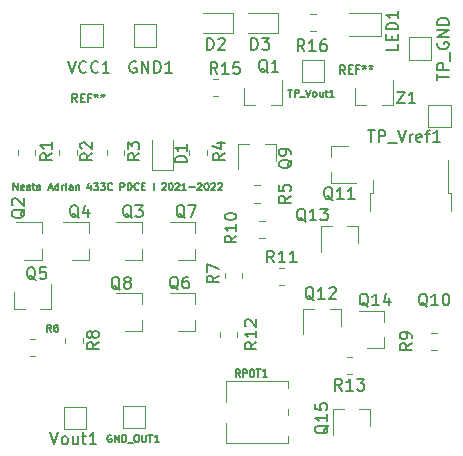
<source format=gbr>
%TF.GenerationSoftware,KiCad,Pcbnew,(5.1.10)-1*%
%TF.CreationDate,2021-12-12T15:32:54+02:00*%
%TF.ProjectId,P1_DCE_NEATA_ADRIAN_STAB_ERS_kicad,50315f44-4345-45f4-9e45-4154415f4144,rev?*%
%TF.SameCoordinates,Original*%
%TF.FileFunction,Legend,Top*%
%TF.FilePolarity,Positive*%
%FSLAX46Y46*%
G04 Gerber Fmt 4.6, Leading zero omitted, Abs format (unit mm)*
G04 Created by KiCad (PCBNEW (5.1.10)-1) date 2021-12-12 15:32:54*
%MOMM*%
%LPD*%
G01*
G04 APERTURE LIST*
%ADD10C,0.150000*%
%ADD11C,0.120000*%
G04 APERTURE END LIST*
D10*
X1385714Y23328571D02*
X1385714Y23928571D01*
X1728571Y23328571D01*
X1728571Y23928571D01*
X2242857Y23357142D02*
X2185714Y23328571D01*
X2071428Y23328571D01*
X2014285Y23357142D01*
X1985714Y23414285D01*
X1985714Y23642857D01*
X2014285Y23700000D01*
X2071428Y23728571D01*
X2185714Y23728571D01*
X2242857Y23700000D01*
X2271428Y23642857D01*
X2271428Y23585714D01*
X1985714Y23528571D01*
X2785714Y23328571D02*
X2785714Y23642857D01*
X2757142Y23700000D01*
X2699999Y23728571D01*
X2585714Y23728571D01*
X2528571Y23700000D01*
X2785714Y23357142D02*
X2728571Y23328571D01*
X2585714Y23328571D01*
X2528571Y23357142D01*
X2499999Y23414285D01*
X2499999Y23471428D01*
X2528571Y23528571D01*
X2585714Y23557142D01*
X2728571Y23557142D01*
X2785714Y23585714D01*
X2985714Y23728571D02*
X3214285Y23728571D01*
X3071428Y23928571D02*
X3071428Y23414285D01*
X3099999Y23357142D01*
X3157142Y23328571D01*
X3214285Y23328571D01*
X3671428Y23328571D02*
X3671428Y23642857D01*
X3642857Y23700000D01*
X3585714Y23728571D01*
X3471428Y23728571D01*
X3414285Y23700000D01*
X3671428Y23357142D02*
X3614285Y23328571D01*
X3471428Y23328571D01*
X3414285Y23357142D01*
X3385714Y23414285D01*
X3385714Y23471428D01*
X3414285Y23528571D01*
X3471428Y23557142D01*
X3614285Y23557142D01*
X3671428Y23585714D01*
X4385714Y23500000D02*
X4671428Y23500000D01*
X4328571Y23328571D02*
X4528571Y23928571D01*
X4728571Y23328571D01*
X5185714Y23328571D02*
X5185714Y23928571D01*
X5185714Y23357142D02*
X5128571Y23328571D01*
X5014285Y23328571D01*
X4957142Y23357142D01*
X4928571Y23385714D01*
X4899999Y23442857D01*
X4899999Y23614285D01*
X4928571Y23671428D01*
X4957142Y23700000D01*
X5014285Y23728571D01*
X5128571Y23728571D01*
X5185714Y23700000D01*
X5471428Y23328571D02*
X5471428Y23728571D01*
X5471428Y23614285D02*
X5499999Y23671428D01*
X5528571Y23700000D01*
X5585714Y23728571D01*
X5642857Y23728571D01*
X5842857Y23328571D02*
X5842857Y23728571D01*
X5842857Y23928571D02*
X5814285Y23900000D01*
X5842857Y23871428D01*
X5871428Y23900000D01*
X5842857Y23928571D01*
X5842857Y23871428D01*
X6385714Y23328571D02*
X6385714Y23642857D01*
X6357142Y23700000D01*
X6299999Y23728571D01*
X6185714Y23728571D01*
X6128571Y23700000D01*
X6385714Y23357142D02*
X6328571Y23328571D01*
X6185714Y23328571D01*
X6128571Y23357142D01*
X6099999Y23414285D01*
X6099999Y23471428D01*
X6128571Y23528571D01*
X6185714Y23557142D01*
X6328571Y23557142D01*
X6385714Y23585714D01*
X6671428Y23728571D02*
X6671428Y23328571D01*
X6671428Y23671428D02*
X6699999Y23700000D01*
X6757142Y23728571D01*
X6842857Y23728571D01*
X6899999Y23700000D01*
X6928571Y23642857D01*
X6928571Y23328571D01*
X7928571Y23728571D02*
X7928571Y23328571D01*
X7785714Y23957142D02*
X7642857Y23528571D01*
X8014285Y23528571D01*
X8185714Y23928571D02*
X8557142Y23928571D01*
X8357142Y23700000D01*
X8442857Y23700000D01*
X8499999Y23671428D01*
X8528571Y23642857D01*
X8557142Y23585714D01*
X8557142Y23442857D01*
X8528571Y23385714D01*
X8499999Y23357142D01*
X8442857Y23328571D01*
X8271428Y23328571D01*
X8214285Y23357142D01*
X8185714Y23385714D01*
X8757142Y23928571D02*
X9128571Y23928571D01*
X8928571Y23700000D01*
X9014285Y23700000D01*
X9071428Y23671428D01*
X9099999Y23642857D01*
X9128571Y23585714D01*
X9128571Y23442857D01*
X9099999Y23385714D01*
X9071428Y23357142D01*
X9014285Y23328571D01*
X8842857Y23328571D01*
X8785714Y23357142D01*
X8757142Y23385714D01*
X9728571Y23385714D02*
X9699999Y23357142D01*
X9614285Y23328571D01*
X9557142Y23328571D01*
X9471428Y23357142D01*
X9414285Y23414285D01*
X9385714Y23471428D01*
X9357142Y23585714D01*
X9357142Y23671428D01*
X9385714Y23785714D01*
X9414285Y23842857D01*
X9471428Y23900000D01*
X9557142Y23928571D01*
X9614285Y23928571D01*
X9699999Y23900000D01*
X9728571Y23871428D01*
X10442857Y23328571D02*
X10442857Y23928571D01*
X10671428Y23928571D01*
X10728571Y23900000D01*
X10757142Y23871428D01*
X10785714Y23814285D01*
X10785714Y23728571D01*
X10757142Y23671428D01*
X10728571Y23642857D01*
X10671428Y23614285D01*
X10442857Y23614285D01*
X11042857Y23328571D02*
X11042857Y23928571D01*
X11185714Y23928571D01*
X11271428Y23900000D01*
X11328571Y23842857D01*
X11357142Y23785714D01*
X11385714Y23671428D01*
X11385714Y23585714D01*
X11357142Y23471428D01*
X11328571Y23414285D01*
X11271428Y23357142D01*
X11185714Y23328571D01*
X11042857Y23328571D01*
X11985714Y23385714D02*
X11957142Y23357142D01*
X11871428Y23328571D01*
X11814285Y23328571D01*
X11728571Y23357142D01*
X11671428Y23414285D01*
X11642857Y23471428D01*
X11614285Y23585714D01*
X11614285Y23671428D01*
X11642857Y23785714D01*
X11671428Y23842857D01*
X11728571Y23900000D01*
X11814285Y23928571D01*
X11871428Y23928571D01*
X11957142Y23900000D01*
X11985714Y23871428D01*
X12242857Y23642857D02*
X12442857Y23642857D01*
X12528571Y23328571D02*
X12242857Y23328571D01*
X12242857Y23928571D01*
X12528571Y23928571D01*
X13242857Y23328571D02*
X13242857Y23928571D01*
X13957142Y23871428D02*
X13985714Y23900000D01*
X14042857Y23928571D01*
X14185714Y23928571D01*
X14242857Y23900000D01*
X14271428Y23871428D01*
X14299999Y23814285D01*
X14299999Y23757142D01*
X14271428Y23671428D01*
X13928571Y23328571D01*
X14299999Y23328571D01*
X14671428Y23928571D02*
X14728571Y23928571D01*
X14785714Y23900000D01*
X14814285Y23871428D01*
X14842857Y23814285D01*
X14871428Y23700000D01*
X14871428Y23557142D01*
X14842857Y23442857D01*
X14814285Y23385714D01*
X14785714Y23357142D01*
X14728571Y23328571D01*
X14671428Y23328571D01*
X14614285Y23357142D01*
X14585714Y23385714D01*
X14557142Y23442857D01*
X14528571Y23557142D01*
X14528571Y23700000D01*
X14557142Y23814285D01*
X14585714Y23871428D01*
X14614285Y23900000D01*
X14671428Y23928571D01*
X15099999Y23871428D02*
X15128571Y23900000D01*
X15185714Y23928571D01*
X15328571Y23928571D01*
X15385714Y23900000D01*
X15414285Y23871428D01*
X15442857Y23814285D01*
X15442857Y23757142D01*
X15414285Y23671428D01*
X15071428Y23328571D01*
X15442857Y23328571D01*
X16014285Y23328571D02*
X15671428Y23328571D01*
X15842857Y23328571D02*
X15842857Y23928571D01*
X15785714Y23842857D01*
X15728571Y23785714D01*
X15671428Y23757142D01*
X16271428Y23557142D02*
X16728571Y23557142D01*
X16985714Y23871428D02*
X17014285Y23900000D01*
X17071428Y23928571D01*
X17214285Y23928571D01*
X17271428Y23900000D01*
X17299999Y23871428D01*
X17328571Y23814285D01*
X17328571Y23757142D01*
X17299999Y23671428D01*
X16957142Y23328571D01*
X17328571Y23328571D01*
X17699999Y23928571D02*
X17757142Y23928571D01*
X17814285Y23900000D01*
X17842857Y23871428D01*
X17871428Y23814285D01*
X17899999Y23700000D01*
X17899999Y23557142D01*
X17871428Y23442857D01*
X17842857Y23385714D01*
X17814285Y23357142D01*
X17757142Y23328571D01*
X17699999Y23328571D01*
X17642857Y23357142D01*
X17614285Y23385714D01*
X17585714Y23442857D01*
X17557142Y23557142D01*
X17557142Y23700000D01*
X17585714Y23814285D01*
X17614285Y23871428D01*
X17642857Y23900000D01*
X17699999Y23928571D01*
X18128571Y23871428D02*
X18157142Y23900000D01*
X18214285Y23928571D01*
X18357142Y23928571D01*
X18414285Y23900000D01*
X18442857Y23871428D01*
X18471428Y23814285D01*
X18471428Y23757142D01*
X18442857Y23671428D01*
X18099999Y23328571D01*
X18471428Y23328571D01*
X18699999Y23871428D02*
X18728571Y23900000D01*
X18785714Y23928571D01*
X18928571Y23928571D01*
X18985714Y23900000D01*
X19014285Y23871428D01*
X19042857Y23814285D01*
X19042857Y23757142D01*
X19014285Y23671428D01*
X18671428Y23328571D01*
X19042857Y23328571D01*
D11*
%TO.C,TP_GND*%
X34850000Y36250000D02*
X36750000Y36250000D01*
X34850000Y34350000D02*
X34850000Y36250000D01*
X36750000Y34350000D02*
X34850000Y34350000D01*
X36750000Y36250000D02*
X36750000Y34350000D01*
%TO.C,GND1*%
X11550000Y37350000D02*
X13450000Y37350000D01*
X13450000Y37350000D02*
X13450000Y35450000D01*
X13450000Y35450000D02*
X11550000Y35450000D01*
X11550000Y35450000D02*
X11550000Y37350000D01*
%TO.C,GND_OUT1*%
X10650000Y5050000D02*
X12550000Y5050000D01*
X12550000Y5050000D02*
X12550000Y3150000D01*
X12550000Y3150000D02*
X10650000Y3150000D01*
X10650000Y3150000D02*
X10650000Y5050000D01*
%TO.C,VCC1*%
X7050000Y37350000D02*
X8950000Y37350000D01*
X8950000Y37350000D02*
X8950000Y35450000D01*
X8950000Y35450000D02*
X7050000Y35450000D01*
X7050000Y35450000D02*
X7050000Y37350000D01*
%TO.C,Vout1*%
X5650000Y4950000D02*
X7550000Y4950000D01*
X7550000Y4950000D02*
X7550000Y3050000D01*
X7550000Y3050000D02*
X5650000Y3050000D01*
X5650000Y3050000D02*
X5650000Y4950000D01*
%TO.C,D1*%
X13150000Y25000000D02*
X13150000Y27550000D01*
X14850000Y25000000D02*
X14850000Y27550000D01*
X13150000Y25000000D02*
X14850000Y25000000D01*
%TO.C,D2*%
X20000000Y36650000D02*
X20000000Y38350000D01*
X20000000Y38350000D02*
X17450000Y38350000D01*
X20000000Y36650000D02*
X17450000Y36650000D01*
%TO.C,D3*%
X23750000Y36650000D02*
X21200000Y36650000D01*
X23750000Y38350000D02*
X21200000Y38350000D01*
X23750000Y36650000D02*
X23750000Y38350000D01*
%TO.C,LED1*%
X32485000Y38310000D02*
X29800000Y38310000D01*
X32485000Y36390000D02*
X32485000Y38310000D01*
X29800000Y36390000D02*
X32485000Y36390000D01*
%TO.C,Q1*%
X20920000Y30490000D02*
X21850000Y30490000D01*
X24080000Y30490000D02*
X23150000Y30490000D01*
X24080000Y30490000D02*
X24080000Y32650000D01*
X20920000Y30490000D02*
X20920000Y31950000D01*
%TO.C,Q2*%
X3760000Y17420000D02*
X3760000Y18350000D01*
X3760000Y20580000D02*
X3760000Y19650000D01*
X3760000Y20580000D02*
X1600000Y20580000D01*
X3760000Y17420000D02*
X2300000Y17420000D01*
%TO.C,Q3*%
X12260000Y17420000D02*
X10800000Y17420000D01*
X12260000Y20580000D02*
X10100000Y20580000D01*
X12260000Y20580000D02*
X12260000Y19650000D01*
X12260000Y17420000D02*
X12260000Y18350000D01*
%TO.C,Q4*%
X7760000Y17420000D02*
X6300000Y17420000D01*
X7760000Y20580000D02*
X5600000Y20580000D01*
X7760000Y20580000D02*
X7760000Y19650000D01*
X7760000Y17420000D02*
X7760000Y18350000D01*
%TO.C,Q5*%
X1420000Y13240000D02*
X2350000Y13240000D01*
X4580000Y13240000D02*
X3650000Y13240000D01*
X4580000Y13240000D02*
X4580000Y15400000D01*
X1420000Y13240000D02*
X1420000Y14700000D01*
%TO.C,Q6*%
X16760000Y11420000D02*
X16760000Y12350000D01*
X16760000Y14580000D02*
X16760000Y13650000D01*
X16760000Y14580000D02*
X14600000Y14580000D01*
X16760000Y11420000D02*
X15300000Y11420000D01*
%TO.C,Q7*%
X16760000Y17420000D02*
X16760000Y18350000D01*
X16760000Y20580000D02*
X16760000Y19650000D01*
X16760000Y20580000D02*
X14600000Y20580000D01*
X16760000Y17420000D02*
X15300000Y17420000D01*
%TO.C,Q8*%
X12260000Y11420000D02*
X10800000Y11420000D01*
X12260000Y14580000D02*
X10100000Y14580000D01*
X12260000Y14580000D02*
X12260000Y13650000D01*
X12260000Y11420000D02*
X12260000Y12350000D01*
%TO.C,Q9*%
X23580000Y27260000D02*
X23580000Y25800000D01*
X20420000Y27260000D02*
X20420000Y25100000D01*
X20420000Y27260000D02*
X21350000Y27260000D01*
X23580000Y27260000D02*
X22650000Y27260000D01*
%TO.C,Q10*%
X31820000Y23070000D02*
X31820000Y24170000D01*
X31550000Y23070000D02*
X31820000Y23070000D01*
X31550000Y21570000D02*
X31550000Y23070000D01*
X38180000Y23070000D02*
X38180000Y25900000D01*
X38450000Y23070000D02*
X38180000Y23070000D01*
X38450000Y21570000D02*
X38450000Y23070000D01*
%TO.C,Q11*%
X28240000Y27080000D02*
X29700000Y27080000D01*
X28240000Y23920000D02*
X30400000Y23920000D01*
X28240000Y23920000D02*
X28240000Y24850000D01*
X28240000Y27080000D02*
X28240000Y26150000D01*
%TO.C,Q12*%
X29080000Y13260000D02*
X29080000Y11800000D01*
X25920000Y13260000D02*
X25920000Y11100000D01*
X25920000Y13260000D02*
X26850000Y13260000D01*
X29080000Y13260000D02*
X28150000Y13260000D01*
%TO.C,Q13*%
X30580000Y20260000D02*
X29650000Y20260000D01*
X27420000Y20260000D02*
X28350000Y20260000D01*
X27420000Y20260000D02*
X27420000Y18100000D01*
X30580000Y20260000D02*
X30580000Y18800000D01*
%TO.C,Q14*%
X32760000Y9920000D02*
X31300000Y9920000D01*
X32760000Y13080000D02*
X30600000Y13080000D01*
X32760000Y13080000D02*
X32760000Y12150000D01*
X32760000Y9920000D02*
X32760000Y10850000D01*
%TO.C,Q15*%
X31580000Y4760000D02*
X30650000Y4760000D01*
X28420000Y4760000D02*
X29350000Y4760000D01*
X28420000Y4760000D02*
X28420000Y2600000D01*
X31580000Y4760000D02*
X31580000Y3300000D01*
%TO.C,R1*%
X3235000Y26727064D02*
X3235000Y26272936D01*
X1765000Y26727064D02*
X1765000Y26272936D01*
%TO.C,R2*%
X6735000Y26727064D02*
X6735000Y26272936D01*
X5265000Y26727064D02*
X5265000Y26272936D01*
%TO.C,R3*%
X9265000Y26727064D02*
X9265000Y26272936D01*
X10735000Y26727064D02*
X10735000Y26272936D01*
%TO.C,R4*%
X16265000Y26727064D02*
X16265000Y26272936D01*
X17735000Y26727064D02*
X17735000Y26272936D01*
%TO.C,R5*%
X22227064Y23735000D02*
X21772936Y23735000D01*
X22227064Y22265000D02*
X21772936Y22265000D01*
%TO.C,R6*%
X2772936Y9265000D02*
X3227064Y9265000D01*
X2772936Y10735000D02*
X3227064Y10735000D01*
%TO.C,R7*%
X19265000Y16314564D02*
X19265000Y15860436D01*
X20735000Y16314564D02*
X20735000Y15860436D01*
%TO.C,R8*%
X7235000Y10814564D02*
X7235000Y10360436D01*
X5765000Y10814564D02*
X5765000Y10360436D01*
%TO.C,R9*%
X36772936Y11235000D02*
X37227064Y11235000D01*
X36772936Y9765000D02*
X37227064Y9765000D01*
%TO.C,R10*%
X22639564Y20735000D02*
X22185436Y20735000D01*
X22639564Y19265000D02*
X22185436Y19265000D01*
%TO.C,R11*%
X23860436Y16735000D02*
X24314564Y16735000D01*
X23860436Y15265000D02*
X24314564Y15265000D01*
%TO.C,R12*%
X18865000Y11339564D02*
X18865000Y10885436D01*
X20335000Y11339564D02*
X20335000Y10885436D01*
%TO.C,R13*%
X30064564Y7715000D02*
X29610436Y7715000D01*
X30064564Y9185000D02*
X29610436Y9185000D01*
%TO.C,R15*%
X18272936Y32735000D02*
X18727064Y32735000D01*
X18272936Y31265000D02*
X18727064Y31265000D01*
%TO.C,R16*%
X26522936Y36765000D02*
X26977064Y36765000D01*
X26522936Y38235000D02*
X26977064Y38235000D01*
%TO.C,RPOT1*%
X24620000Y2460000D02*
X24620000Y1880000D01*
X24620000Y4760000D02*
X24620000Y4240000D01*
X24620000Y7120000D02*
X24620000Y6539000D01*
X19380000Y3610000D02*
X19380000Y1880000D01*
X19380000Y7120000D02*
X19380000Y5390000D01*
X19380000Y1880000D02*
X24620000Y1880000D01*
X19380000Y7120000D02*
X24620000Y7120000D01*
%TO.C,TP_Vout1*%
X27700000Y32450000D02*
X25800000Y32450000D01*
X25800000Y32450000D02*
X25800000Y34350000D01*
X25800000Y34350000D02*
X27700000Y34350000D01*
X27700000Y34350000D02*
X27700000Y32450000D01*
%TO.C,TP_Vref1*%
X38400000Y28650000D02*
X36500000Y28650000D01*
X38400000Y30550000D02*
X38400000Y28650000D01*
X36500000Y30550000D02*
X38400000Y30550000D01*
X36500000Y28650000D02*
X36500000Y30550000D01*
%TO.C,Z1*%
X30320000Y30490000D02*
X30320000Y31950000D01*
X33480000Y30490000D02*
X33480000Y32650000D01*
X33480000Y30490000D02*
X32550000Y30490000D01*
X30320000Y30490000D02*
X31250000Y30490000D01*
%TO.C,TP_GND*%
D10*
X37252380Y32609523D02*
X37252380Y33180952D01*
X38252380Y32895238D02*
X37252380Y32895238D01*
X38252380Y33514285D02*
X37252380Y33514285D01*
X37252380Y33895238D01*
X37300000Y33990476D01*
X37347619Y34038095D01*
X37442857Y34085714D01*
X37585714Y34085714D01*
X37680952Y34038095D01*
X37728571Y33990476D01*
X37776190Y33895238D01*
X37776190Y33514285D01*
X38347619Y34276190D02*
X38347619Y35038095D01*
X37300000Y35800000D02*
X37252380Y35704761D01*
X37252380Y35561904D01*
X37300000Y35419047D01*
X37395238Y35323809D01*
X37490476Y35276190D01*
X37680952Y35228571D01*
X37823809Y35228571D01*
X38014285Y35276190D01*
X38109523Y35323809D01*
X38204761Y35419047D01*
X38252380Y35561904D01*
X38252380Y35657142D01*
X38204761Y35800000D01*
X38157142Y35847619D01*
X37823809Y35847619D01*
X37823809Y35657142D01*
X38252380Y36276190D02*
X37252380Y36276190D01*
X38252380Y36847619D01*
X37252380Y36847619D01*
X38252380Y37323809D02*
X37252380Y37323809D01*
X37252380Y37561904D01*
X37300000Y37704761D01*
X37395238Y37800000D01*
X37490476Y37847619D01*
X37680952Y37895238D01*
X37823809Y37895238D01*
X38014285Y37847619D01*
X38109523Y37800000D01*
X38204761Y37704761D01*
X38252380Y37561904D01*
X38252380Y37323809D01*
%TO.C,GND1*%
X11761904Y34200000D02*
X11666666Y34247619D01*
X11523809Y34247619D01*
X11380952Y34200000D01*
X11285714Y34104761D01*
X11238095Y34009523D01*
X11190476Y33819047D01*
X11190476Y33676190D01*
X11238095Y33485714D01*
X11285714Y33390476D01*
X11380952Y33295238D01*
X11523809Y33247619D01*
X11619047Y33247619D01*
X11761904Y33295238D01*
X11809523Y33342857D01*
X11809523Y33676190D01*
X11619047Y33676190D01*
X12238095Y33247619D02*
X12238095Y34247619D01*
X12809523Y33247619D01*
X12809523Y34247619D01*
X13285714Y33247619D02*
X13285714Y34247619D01*
X13523809Y34247619D01*
X13666666Y34200000D01*
X13761904Y34104761D01*
X13809523Y34009523D01*
X13857142Y33819047D01*
X13857142Y33676190D01*
X13809523Y33485714D01*
X13761904Y33390476D01*
X13666666Y33295238D01*
X13523809Y33247619D01*
X13285714Y33247619D01*
X14809523Y33247619D02*
X14238095Y33247619D01*
X14523809Y33247619D02*
X14523809Y34247619D01*
X14428571Y34104761D01*
X14333333Y34009523D01*
X14238095Y33961904D01*
%TO.C,GND_OUT1*%
X9671428Y2550000D02*
X9614285Y2578571D01*
X9528571Y2578571D01*
X9442857Y2550000D01*
X9385714Y2492857D01*
X9357142Y2435714D01*
X9328571Y2321428D01*
X9328571Y2235714D01*
X9357142Y2121428D01*
X9385714Y2064285D01*
X9442857Y2007142D01*
X9528571Y1978571D01*
X9585714Y1978571D01*
X9671428Y2007142D01*
X9700000Y2035714D01*
X9700000Y2235714D01*
X9585714Y2235714D01*
X9957142Y1978571D02*
X9957142Y2578571D01*
X10300000Y1978571D01*
X10300000Y2578571D01*
X10585714Y1978571D02*
X10585714Y2578571D01*
X10728571Y2578571D01*
X10814285Y2550000D01*
X10871428Y2492857D01*
X10900000Y2435714D01*
X10928571Y2321428D01*
X10928571Y2235714D01*
X10900000Y2121428D01*
X10871428Y2064285D01*
X10814285Y2007142D01*
X10728571Y1978571D01*
X10585714Y1978571D01*
X11042857Y1921428D02*
X11500000Y1921428D01*
X11757142Y2578571D02*
X11871428Y2578571D01*
X11928571Y2550000D01*
X11985714Y2492857D01*
X12014285Y2378571D01*
X12014285Y2178571D01*
X11985714Y2064285D01*
X11928571Y2007142D01*
X11871428Y1978571D01*
X11757142Y1978571D01*
X11700000Y2007142D01*
X11642857Y2064285D01*
X11614285Y2178571D01*
X11614285Y2378571D01*
X11642857Y2492857D01*
X11700000Y2550000D01*
X11757142Y2578571D01*
X12271428Y2578571D02*
X12271428Y2092857D01*
X12300000Y2035714D01*
X12328571Y2007142D01*
X12385714Y1978571D01*
X12500000Y1978571D01*
X12557142Y2007142D01*
X12585714Y2035714D01*
X12614285Y2092857D01*
X12614285Y2578571D01*
X12814285Y2578571D02*
X13157142Y2578571D01*
X12985714Y1978571D02*
X12985714Y2578571D01*
X13671428Y1978571D02*
X13328571Y1978571D01*
X13500000Y1978571D02*
X13500000Y2578571D01*
X13442857Y2492857D01*
X13385714Y2435714D01*
X13328571Y2407142D01*
%TO.C,VCC1*%
X5990476Y34247619D02*
X6323809Y33247619D01*
X6657142Y34247619D01*
X7561904Y33342857D02*
X7514285Y33295238D01*
X7371428Y33247619D01*
X7276190Y33247619D01*
X7133333Y33295238D01*
X7038095Y33390476D01*
X6990476Y33485714D01*
X6942857Y33676190D01*
X6942857Y33819047D01*
X6990476Y34009523D01*
X7038095Y34104761D01*
X7133333Y34200000D01*
X7276190Y34247619D01*
X7371428Y34247619D01*
X7514285Y34200000D01*
X7561904Y34152380D01*
X8561904Y33342857D02*
X8514285Y33295238D01*
X8371428Y33247619D01*
X8276190Y33247619D01*
X8133333Y33295238D01*
X8038095Y33390476D01*
X7990476Y33485714D01*
X7942857Y33676190D01*
X7942857Y33819047D01*
X7990476Y34009523D01*
X8038095Y34104761D01*
X8133333Y34200000D01*
X8276190Y34247619D01*
X8371428Y34247619D01*
X8514285Y34200000D01*
X8561904Y34152380D01*
X9514285Y33247619D02*
X8942857Y33247619D01*
X9228571Y33247619D02*
X9228571Y34247619D01*
X9133333Y34104761D01*
X9038095Y34009523D01*
X8942857Y33961904D01*
%TO.C,Vout1*%
X4500000Y2797619D02*
X4833333Y1797619D01*
X5166666Y2797619D01*
X5642857Y1797619D02*
X5547619Y1845238D01*
X5500000Y1892857D01*
X5452380Y1988095D01*
X5452380Y2273809D01*
X5500000Y2369047D01*
X5547619Y2416666D01*
X5642857Y2464285D01*
X5785714Y2464285D01*
X5880952Y2416666D01*
X5928571Y2369047D01*
X5976190Y2273809D01*
X5976190Y1988095D01*
X5928571Y1892857D01*
X5880952Y1845238D01*
X5785714Y1797619D01*
X5642857Y1797619D01*
X6833333Y2464285D02*
X6833333Y1797619D01*
X6404761Y2464285D02*
X6404761Y1940476D01*
X6452380Y1845238D01*
X6547619Y1797619D01*
X6690476Y1797619D01*
X6785714Y1845238D01*
X6833333Y1892857D01*
X7166666Y2464285D02*
X7547619Y2464285D01*
X7309523Y2797619D02*
X7309523Y1940476D01*
X7357142Y1845238D01*
X7452380Y1797619D01*
X7547619Y1797619D01*
X8404761Y1797619D02*
X7833333Y1797619D01*
X8119047Y1797619D02*
X8119047Y2797619D01*
X8023809Y2654761D01*
X7928571Y2559523D01*
X7833333Y2511904D01*
%TO.C,REF\u002A\u002A*%
X29466666Y33183333D02*
X29233333Y33516666D01*
X29066666Y33183333D02*
X29066666Y33883333D01*
X29333333Y33883333D01*
X29400000Y33850000D01*
X29433333Y33816666D01*
X29466666Y33750000D01*
X29466666Y33650000D01*
X29433333Y33583333D01*
X29400000Y33550000D01*
X29333333Y33516666D01*
X29066666Y33516666D01*
X29766666Y33550000D02*
X30000000Y33550000D01*
X30100000Y33183333D02*
X29766666Y33183333D01*
X29766666Y33883333D01*
X30100000Y33883333D01*
X30633333Y33550000D02*
X30400000Y33550000D01*
X30400000Y33183333D02*
X30400000Y33883333D01*
X30733333Y33883333D01*
X31100000Y33883333D02*
X31100000Y33716666D01*
X30933333Y33783333D02*
X31100000Y33716666D01*
X31266666Y33783333D01*
X31000000Y33583333D02*
X31100000Y33716666D01*
X31200000Y33583333D01*
X31633333Y33883333D02*
X31633333Y33716666D01*
X31466666Y33783333D02*
X31633333Y33716666D01*
X31800000Y33783333D01*
X31533333Y33583333D02*
X31633333Y33716666D01*
X31733333Y33583333D01*
X6766666Y30783333D02*
X6533333Y31116666D01*
X6366666Y30783333D02*
X6366666Y31483333D01*
X6633333Y31483333D01*
X6700000Y31450000D01*
X6733333Y31416666D01*
X6766666Y31350000D01*
X6766666Y31250000D01*
X6733333Y31183333D01*
X6700000Y31150000D01*
X6633333Y31116666D01*
X6366666Y31116666D01*
X7066666Y31150000D02*
X7300000Y31150000D01*
X7400000Y30783333D02*
X7066666Y30783333D01*
X7066666Y31483333D01*
X7400000Y31483333D01*
X7933333Y31150000D02*
X7700000Y31150000D01*
X7700000Y30783333D02*
X7700000Y31483333D01*
X8033333Y31483333D01*
X8400000Y31483333D02*
X8400000Y31316666D01*
X8233333Y31383333D02*
X8400000Y31316666D01*
X8566666Y31383333D01*
X8300000Y31183333D02*
X8400000Y31316666D01*
X8500000Y31183333D01*
X8933333Y31483333D02*
X8933333Y31316666D01*
X8766666Y31383333D02*
X8933333Y31316666D01*
X9100000Y31383333D01*
X8833333Y31183333D02*
X8933333Y31316666D01*
X9033333Y31183333D01*
%TO.C,D1*%
X16052380Y25661904D02*
X15052380Y25661904D01*
X15052380Y25900000D01*
X15100000Y26042857D01*
X15195238Y26138095D01*
X15290476Y26185714D01*
X15480952Y26233333D01*
X15623809Y26233333D01*
X15814285Y26185714D01*
X15909523Y26138095D01*
X16004761Y26042857D01*
X16052380Y25900000D01*
X16052380Y25661904D01*
X16052380Y27185714D02*
X16052380Y26614285D01*
X16052380Y26900000D02*
X15052380Y26900000D01*
X15195238Y26804761D01*
X15290476Y26709523D01*
X15338095Y26614285D01*
%TO.C,D2*%
X17761904Y35197619D02*
X17761904Y36197619D01*
X18000000Y36197619D01*
X18142857Y36150000D01*
X18238095Y36054761D01*
X18285714Y35959523D01*
X18333333Y35769047D01*
X18333333Y35626190D01*
X18285714Y35435714D01*
X18238095Y35340476D01*
X18142857Y35245238D01*
X18000000Y35197619D01*
X17761904Y35197619D01*
X18714285Y36102380D02*
X18761904Y36150000D01*
X18857142Y36197619D01*
X19095238Y36197619D01*
X19190476Y36150000D01*
X19238095Y36102380D01*
X19285714Y36007142D01*
X19285714Y35911904D01*
X19238095Y35769047D01*
X18666666Y35197619D01*
X19285714Y35197619D01*
%TO.C,D3*%
X21511904Y35197619D02*
X21511904Y36197619D01*
X21750000Y36197619D01*
X21892857Y36150000D01*
X21988095Y36054761D01*
X22035714Y35959523D01*
X22083333Y35769047D01*
X22083333Y35626190D01*
X22035714Y35435714D01*
X21988095Y35340476D01*
X21892857Y35245238D01*
X21750000Y35197619D01*
X21511904Y35197619D01*
X22416666Y36197619D02*
X23035714Y36197619D01*
X22702380Y35816666D01*
X22845238Y35816666D01*
X22940476Y35769047D01*
X22988095Y35721428D01*
X23035714Y35626190D01*
X23035714Y35388095D01*
X22988095Y35292857D01*
X22940476Y35245238D01*
X22845238Y35197619D01*
X22559523Y35197619D01*
X22464285Y35245238D01*
X22416666Y35292857D01*
%TO.C,LED1*%
X33952380Y35680952D02*
X33952380Y35204761D01*
X32952380Y35204761D01*
X33428571Y36014285D02*
X33428571Y36347619D01*
X33952380Y36490476D02*
X33952380Y36014285D01*
X32952380Y36014285D01*
X32952380Y36490476D01*
X33952380Y36919047D02*
X32952380Y36919047D01*
X32952380Y37157142D01*
X33000000Y37300000D01*
X33095238Y37395238D01*
X33190476Y37442857D01*
X33380952Y37490476D01*
X33523809Y37490476D01*
X33714285Y37442857D01*
X33809523Y37395238D01*
X33904761Y37300000D01*
X33952380Y37157142D01*
X33952380Y36919047D01*
X33952380Y38442857D02*
X33952380Y37871428D01*
X33952380Y38157142D02*
X32952380Y38157142D01*
X33095238Y38061904D01*
X33190476Y37966666D01*
X33238095Y37871428D01*
%TO.C,Q1*%
X22904761Y33252380D02*
X22809523Y33300000D01*
X22714285Y33395238D01*
X22571428Y33538095D01*
X22476190Y33585714D01*
X22380952Y33585714D01*
X22428571Y33347619D02*
X22333333Y33395238D01*
X22238095Y33490476D01*
X22190476Y33680952D01*
X22190476Y34014285D01*
X22238095Y34204761D01*
X22333333Y34300000D01*
X22428571Y34347619D01*
X22619047Y34347619D01*
X22714285Y34300000D01*
X22809523Y34204761D01*
X22857142Y34014285D01*
X22857142Y33680952D01*
X22809523Y33490476D01*
X22714285Y33395238D01*
X22619047Y33347619D01*
X22428571Y33347619D01*
X23809523Y33347619D02*
X23238095Y33347619D01*
X23523809Y33347619D02*
X23523809Y34347619D01*
X23428571Y34204761D01*
X23333333Y34109523D01*
X23238095Y34061904D01*
%TO.C,Q2*%
X2347619Y21704761D02*
X2300000Y21609523D01*
X2204761Y21514285D01*
X2061904Y21371428D01*
X2014285Y21276190D01*
X2014285Y21180952D01*
X2252380Y21228571D02*
X2204761Y21133333D01*
X2109523Y21038095D01*
X1919047Y20990476D01*
X1585714Y20990476D01*
X1395238Y21038095D01*
X1300000Y21133333D01*
X1252380Y21228571D01*
X1252380Y21419047D01*
X1300000Y21514285D01*
X1395238Y21609523D01*
X1585714Y21657142D01*
X1919047Y21657142D01*
X2109523Y21609523D01*
X2204761Y21514285D01*
X2252380Y21419047D01*
X2252380Y21228571D01*
X1347619Y22038095D02*
X1300000Y22085714D01*
X1252380Y22180952D01*
X1252380Y22419047D01*
X1300000Y22514285D01*
X1347619Y22561904D01*
X1442857Y22609523D01*
X1538095Y22609523D01*
X1680952Y22561904D01*
X2252380Y21990476D01*
X2252380Y22609523D01*
%TO.C,Q3*%
X11404761Y20952380D02*
X11309523Y21000000D01*
X11214285Y21095238D01*
X11071428Y21238095D01*
X10976190Y21285714D01*
X10880952Y21285714D01*
X10928571Y21047619D02*
X10833333Y21095238D01*
X10738095Y21190476D01*
X10690476Y21380952D01*
X10690476Y21714285D01*
X10738095Y21904761D01*
X10833333Y22000000D01*
X10928571Y22047619D01*
X11119047Y22047619D01*
X11214285Y22000000D01*
X11309523Y21904761D01*
X11357142Y21714285D01*
X11357142Y21380952D01*
X11309523Y21190476D01*
X11214285Y21095238D01*
X11119047Y21047619D01*
X10928571Y21047619D01*
X11690476Y22047619D02*
X12309523Y22047619D01*
X11976190Y21666666D01*
X12119047Y21666666D01*
X12214285Y21619047D01*
X12261904Y21571428D01*
X12309523Y21476190D01*
X12309523Y21238095D01*
X12261904Y21142857D01*
X12214285Y21095238D01*
X12119047Y21047619D01*
X11833333Y21047619D01*
X11738095Y21095238D01*
X11690476Y21142857D01*
%TO.C,Q4*%
X6904761Y20952380D02*
X6809523Y21000000D01*
X6714285Y21095238D01*
X6571428Y21238095D01*
X6476190Y21285714D01*
X6380952Y21285714D01*
X6428571Y21047619D02*
X6333333Y21095238D01*
X6238095Y21190476D01*
X6190476Y21380952D01*
X6190476Y21714285D01*
X6238095Y21904761D01*
X6333333Y22000000D01*
X6428571Y22047619D01*
X6619047Y22047619D01*
X6714285Y22000000D01*
X6809523Y21904761D01*
X6857142Y21714285D01*
X6857142Y21380952D01*
X6809523Y21190476D01*
X6714285Y21095238D01*
X6619047Y21047619D01*
X6428571Y21047619D01*
X7714285Y21714285D02*
X7714285Y21047619D01*
X7476190Y22095238D02*
X7238095Y21380952D01*
X7857142Y21380952D01*
%TO.C,Q5*%
X3254761Y15702380D02*
X3159523Y15750000D01*
X3064285Y15845238D01*
X2921428Y15988095D01*
X2826190Y16035714D01*
X2730952Y16035714D01*
X2778571Y15797619D02*
X2683333Y15845238D01*
X2588095Y15940476D01*
X2540476Y16130952D01*
X2540476Y16464285D01*
X2588095Y16654761D01*
X2683333Y16750000D01*
X2778571Y16797619D01*
X2969047Y16797619D01*
X3064285Y16750000D01*
X3159523Y16654761D01*
X3207142Y16464285D01*
X3207142Y16130952D01*
X3159523Y15940476D01*
X3064285Y15845238D01*
X2969047Y15797619D01*
X2778571Y15797619D01*
X4111904Y16797619D02*
X3635714Y16797619D01*
X3588095Y16321428D01*
X3635714Y16369047D01*
X3730952Y16416666D01*
X3969047Y16416666D01*
X4064285Y16369047D01*
X4111904Y16321428D01*
X4159523Y16226190D01*
X4159523Y15988095D01*
X4111904Y15892857D01*
X4064285Y15845238D01*
X3969047Y15797619D01*
X3730952Y15797619D01*
X3635714Y15845238D01*
X3588095Y15892857D01*
%TO.C,Q6*%
X15354761Y14902380D02*
X15259523Y14950000D01*
X15164285Y15045238D01*
X15021428Y15188095D01*
X14926190Y15235714D01*
X14830952Y15235714D01*
X14878571Y14997619D02*
X14783333Y15045238D01*
X14688095Y15140476D01*
X14640476Y15330952D01*
X14640476Y15664285D01*
X14688095Y15854761D01*
X14783333Y15950000D01*
X14878571Y15997619D01*
X15069047Y15997619D01*
X15164285Y15950000D01*
X15259523Y15854761D01*
X15307142Y15664285D01*
X15307142Y15330952D01*
X15259523Y15140476D01*
X15164285Y15045238D01*
X15069047Y14997619D01*
X14878571Y14997619D01*
X16164285Y15997619D02*
X15973809Y15997619D01*
X15878571Y15950000D01*
X15830952Y15902380D01*
X15735714Y15759523D01*
X15688095Y15569047D01*
X15688095Y15188095D01*
X15735714Y15092857D01*
X15783333Y15045238D01*
X15878571Y14997619D01*
X16069047Y14997619D01*
X16164285Y15045238D01*
X16211904Y15092857D01*
X16259523Y15188095D01*
X16259523Y15426190D01*
X16211904Y15521428D01*
X16164285Y15569047D01*
X16069047Y15616666D01*
X15878571Y15616666D01*
X15783333Y15569047D01*
X15735714Y15521428D01*
X15688095Y15426190D01*
%TO.C,Q7*%
X15904761Y20952380D02*
X15809523Y21000000D01*
X15714285Y21095238D01*
X15571428Y21238095D01*
X15476190Y21285714D01*
X15380952Y21285714D01*
X15428571Y21047619D02*
X15333333Y21095238D01*
X15238095Y21190476D01*
X15190476Y21380952D01*
X15190476Y21714285D01*
X15238095Y21904761D01*
X15333333Y22000000D01*
X15428571Y22047619D01*
X15619047Y22047619D01*
X15714285Y22000000D01*
X15809523Y21904761D01*
X15857142Y21714285D01*
X15857142Y21380952D01*
X15809523Y21190476D01*
X15714285Y21095238D01*
X15619047Y21047619D01*
X15428571Y21047619D01*
X16190476Y22047619D02*
X16857142Y22047619D01*
X16428571Y21047619D01*
%TO.C,Q8*%
X10404761Y14852380D02*
X10309523Y14900000D01*
X10214285Y14995238D01*
X10071428Y15138095D01*
X9976190Y15185714D01*
X9880952Y15185714D01*
X9928571Y14947619D02*
X9833333Y14995238D01*
X9738095Y15090476D01*
X9690476Y15280952D01*
X9690476Y15614285D01*
X9738095Y15804761D01*
X9833333Y15900000D01*
X9928571Y15947619D01*
X10119047Y15947619D01*
X10214285Y15900000D01*
X10309523Y15804761D01*
X10357142Y15614285D01*
X10357142Y15280952D01*
X10309523Y15090476D01*
X10214285Y14995238D01*
X10119047Y14947619D01*
X9928571Y14947619D01*
X10928571Y15519047D02*
X10833333Y15566666D01*
X10785714Y15614285D01*
X10738095Y15709523D01*
X10738095Y15757142D01*
X10785714Y15852380D01*
X10833333Y15900000D01*
X10928571Y15947619D01*
X11119047Y15947619D01*
X11214285Y15900000D01*
X11261904Y15852380D01*
X11309523Y15757142D01*
X11309523Y15709523D01*
X11261904Y15614285D01*
X11214285Y15566666D01*
X11119047Y15519047D01*
X10928571Y15519047D01*
X10833333Y15471428D01*
X10785714Y15423809D01*
X10738095Y15328571D01*
X10738095Y15138095D01*
X10785714Y15042857D01*
X10833333Y14995238D01*
X10928571Y14947619D01*
X11119047Y14947619D01*
X11214285Y14995238D01*
X11261904Y15042857D01*
X11309523Y15138095D01*
X11309523Y15328571D01*
X11261904Y15423809D01*
X11214285Y15471428D01*
X11119047Y15519047D01*
%TO.C,Q9*%
X24947619Y25904761D02*
X24900000Y25809523D01*
X24804761Y25714285D01*
X24661904Y25571428D01*
X24614285Y25476190D01*
X24614285Y25380952D01*
X24852380Y25428571D02*
X24804761Y25333333D01*
X24709523Y25238095D01*
X24519047Y25190476D01*
X24185714Y25190476D01*
X23995238Y25238095D01*
X23900000Y25333333D01*
X23852380Y25428571D01*
X23852380Y25619047D01*
X23900000Y25714285D01*
X23995238Y25809523D01*
X24185714Y25857142D01*
X24519047Y25857142D01*
X24709523Y25809523D01*
X24804761Y25714285D01*
X24852380Y25619047D01*
X24852380Y25428571D01*
X24852380Y26333333D02*
X24852380Y26523809D01*
X24804761Y26619047D01*
X24757142Y26666666D01*
X24614285Y26761904D01*
X24423809Y26809523D01*
X24042857Y26809523D01*
X23947619Y26761904D01*
X23900000Y26714285D01*
X23852380Y26619047D01*
X23852380Y26428571D01*
X23900000Y26333333D01*
X23947619Y26285714D01*
X24042857Y26238095D01*
X24280952Y26238095D01*
X24376190Y26285714D01*
X24423809Y26333333D01*
X24471428Y26428571D01*
X24471428Y26619047D01*
X24423809Y26714285D01*
X24376190Y26761904D01*
X24280952Y26809523D01*
%TO.C,Q10*%
X36428571Y13452380D02*
X36333333Y13500000D01*
X36238095Y13595238D01*
X36095238Y13738095D01*
X36000000Y13785714D01*
X35904761Y13785714D01*
X35952380Y13547619D02*
X35857142Y13595238D01*
X35761904Y13690476D01*
X35714285Y13880952D01*
X35714285Y14214285D01*
X35761904Y14404761D01*
X35857142Y14500000D01*
X35952380Y14547619D01*
X36142857Y14547619D01*
X36238095Y14500000D01*
X36333333Y14404761D01*
X36380952Y14214285D01*
X36380952Y13880952D01*
X36333333Y13690476D01*
X36238095Y13595238D01*
X36142857Y13547619D01*
X35952380Y13547619D01*
X37333333Y13547619D02*
X36761904Y13547619D01*
X37047619Y13547619D02*
X37047619Y14547619D01*
X36952380Y14404761D01*
X36857142Y14309523D01*
X36761904Y14261904D01*
X37952380Y14547619D02*
X38047619Y14547619D01*
X38142857Y14500000D01*
X38190476Y14452380D01*
X38238095Y14357142D01*
X38285714Y14166666D01*
X38285714Y13928571D01*
X38238095Y13738095D01*
X38190476Y13642857D01*
X38142857Y13595238D01*
X38047619Y13547619D01*
X37952380Y13547619D01*
X37857142Y13595238D01*
X37809523Y13642857D01*
X37761904Y13738095D01*
X37714285Y13928571D01*
X37714285Y14166666D01*
X37761904Y14357142D01*
X37809523Y14452380D01*
X37857142Y14500000D01*
X37952380Y14547619D01*
%TO.C,Q11*%
X28428571Y22452380D02*
X28333333Y22500000D01*
X28238095Y22595238D01*
X28095238Y22738095D01*
X28000000Y22785714D01*
X27904761Y22785714D01*
X27952380Y22547619D02*
X27857142Y22595238D01*
X27761904Y22690476D01*
X27714285Y22880952D01*
X27714285Y23214285D01*
X27761904Y23404761D01*
X27857142Y23500000D01*
X27952380Y23547619D01*
X28142857Y23547619D01*
X28238095Y23500000D01*
X28333333Y23404761D01*
X28380952Y23214285D01*
X28380952Y22880952D01*
X28333333Y22690476D01*
X28238095Y22595238D01*
X28142857Y22547619D01*
X27952380Y22547619D01*
X29333333Y22547619D02*
X28761904Y22547619D01*
X29047619Y22547619D02*
X29047619Y23547619D01*
X28952380Y23404761D01*
X28857142Y23309523D01*
X28761904Y23261904D01*
X30285714Y22547619D02*
X29714285Y22547619D01*
X30000000Y22547619D02*
X30000000Y23547619D01*
X29904761Y23404761D01*
X29809523Y23309523D01*
X29714285Y23261904D01*
%TO.C,Q12*%
X26828571Y14002380D02*
X26733333Y14050000D01*
X26638095Y14145238D01*
X26495238Y14288095D01*
X26400000Y14335714D01*
X26304761Y14335714D01*
X26352380Y14097619D02*
X26257142Y14145238D01*
X26161904Y14240476D01*
X26114285Y14430952D01*
X26114285Y14764285D01*
X26161904Y14954761D01*
X26257142Y15050000D01*
X26352380Y15097619D01*
X26542857Y15097619D01*
X26638095Y15050000D01*
X26733333Y14954761D01*
X26780952Y14764285D01*
X26780952Y14430952D01*
X26733333Y14240476D01*
X26638095Y14145238D01*
X26542857Y14097619D01*
X26352380Y14097619D01*
X27733333Y14097619D02*
X27161904Y14097619D01*
X27447619Y14097619D02*
X27447619Y15097619D01*
X27352380Y14954761D01*
X27257142Y14859523D01*
X27161904Y14811904D01*
X28114285Y15002380D02*
X28161904Y15050000D01*
X28257142Y15097619D01*
X28495238Y15097619D01*
X28590476Y15050000D01*
X28638095Y15002380D01*
X28685714Y14907142D01*
X28685714Y14811904D01*
X28638095Y14669047D01*
X28066666Y14097619D01*
X28685714Y14097619D01*
%TO.C,Q13*%
X26128571Y20652380D02*
X26033333Y20700000D01*
X25938095Y20795238D01*
X25795238Y20938095D01*
X25700000Y20985714D01*
X25604761Y20985714D01*
X25652380Y20747619D02*
X25557142Y20795238D01*
X25461904Y20890476D01*
X25414285Y21080952D01*
X25414285Y21414285D01*
X25461904Y21604761D01*
X25557142Y21700000D01*
X25652380Y21747619D01*
X25842857Y21747619D01*
X25938095Y21700000D01*
X26033333Y21604761D01*
X26080952Y21414285D01*
X26080952Y21080952D01*
X26033333Y20890476D01*
X25938095Y20795238D01*
X25842857Y20747619D01*
X25652380Y20747619D01*
X27033333Y20747619D02*
X26461904Y20747619D01*
X26747619Y20747619D02*
X26747619Y21747619D01*
X26652380Y21604761D01*
X26557142Y21509523D01*
X26461904Y21461904D01*
X27366666Y21747619D02*
X27985714Y21747619D01*
X27652380Y21366666D01*
X27795238Y21366666D01*
X27890476Y21319047D01*
X27938095Y21271428D01*
X27985714Y21176190D01*
X27985714Y20938095D01*
X27938095Y20842857D01*
X27890476Y20795238D01*
X27795238Y20747619D01*
X27509523Y20747619D01*
X27414285Y20795238D01*
X27366666Y20842857D01*
%TO.C,Q14*%
X31428571Y13452380D02*
X31333333Y13500000D01*
X31238095Y13595238D01*
X31095238Y13738095D01*
X31000000Y13785714D01*
X30904761Y13785714D01*
X30952380Y13547619D02*
X30857142Y13595238D01*
X30761904Y13690476D01*
X30714285Y13880952D01*
X30714285Y14214285D01*
X30761904Y14404761D01*
X30857142Y14500000D01*
X30952380Y14547619D01*
X31142857Y14547619D01*
X31238095Y14500000D01*
X31333333Y14404761D01*
X31380952Y14214285D01*
X31380952Y13880952D01*
X31333333Y13690476D01*
X31238095Y13595238D01*
X31142857Y13547619D01*
X30952380Y13547619D01*
X32333333Y13547619D02*
X31761904Y13547619D01*
X32047619Y13547619D02*
X32047619Y14547619D01*
X31952380Y14404761D01*
X31857142Y14309523D01*
X31761904Y14261904D01*
X33190476Y14214285D02*
X33190476Y13547619D01*
X32952380Y14595238D02*
X32714285Y13880952D01*
X33333333Y13880952D01*
%TO.C,Q15*%
X28047619Y3428571D02*
X28000000Y3333333D01*
X27904761Y3238095D01*
X27761904Y3095238D01*
X27714285Y3000000D01*
X27714285Y2904761D01*
X27952380Y2952380D02*
X27904761Y2857142D01*
X27809523Y2761904D01*
X27619047Y2714285D01*
X27285714Y2714285D01*
X27095238Y2761904D01*
X27000000Y2857142D01*
X26952380Y2952380D01*
X26952380Y3142857D01*
X27000000Y3238095D01*
X27095238Y3333333D01*
X27285714Y3380952D01*
X27619047Y3380952D01*
X27809523Y3333333D01*
X27904761Y3238095D01*
X27952380Y3142857D01*
X27952380Y2952380D01*
X27952380Y4333333D02*
X27952380Y3761904D01*
X27952380Y4047619D02*
X26952380Y4047619D01*
X27095238Y3952380D01*
X27190476Y3857142D01*
X27238095Y3761904D01*
X26952380Y5238095D02*
X26952380Y4761904D01*
X27428571Y4714285D01*
X27380952Y4761904D01*
X27333333Y4857142D01*
X27333333Y5095238D01*
X27380952Y5190476D01*
X27428571Y5238095D01*
X27523809Y5285714D01*
X27761904Y5285714D01*
X27857142Y5238095D01*
X27904761Y5190476D01*
X27952380Y5095238D01*
X27952380Y4857142D01*
X27904761Y4761904D01*
X27857142Y4714285D01*
%TO.C,R1*%
X4652380Y26433333D02*
X4176190Y26100000D01*
X4652380Y25861904D02*
X3652380Y25861904D01*
X3652380Y26242857D01*
X3700000Y26338095D01*
X3747619Y26385714D01*
X3842857Y26433333D01*
X3985714Y26433333D01*
X4080952Y26385714D01*
X4128571Y26338095D01*
X4176190Y26242857D01*
X4176190Y25861904D01*
X4652380Y27385714D02*
X4652380Y26814285D01*
X4652380Y27100000D02*
X3652380Y27100000D01*
X3795238Y27004761D01*
X3890476Y26909523D01*
X3938095Y26814285D01*
%TO.C,R2*%
X8052380Y26433333D02*
X7576190Y26100000D01*
X8052380Y25861904D02*
X7052380Y25861904D01*
X7052380Y26242857D01*
X7100000Y26338095D01*
X7147619Y26385714D01*
X7242857Y26433333D01*
X7385714Y26433333D01*
X7480952Y26385714D01*
X7528571Y26338095D01*
X7576190Y26242857D01*
X7576190Y25861904D01*
X7147619Y26814285D02*
X7100000Y26861904D01*
X7052380Y26957142D01*
X7052380Y27195238D01*
X7100000Y27290476D01*
X7147619Y27338095D01*
X7242857Y27385714D01*
X7338095Y27385714D01*
X7480952Y27338095D01*
X8052380Y26766666D01*
X8052380Y27385714D01*
%TO.C,R3*%
X12052380Y26433333D02*
X11576190Y26100000D01*
X12052380Y25861904D02*
X11052380Y25861904D01*
X11052380Y26242857D01*
X11100000Y26338095D01*
X11147619Y26385714D01*
X11242857Y26433333D01*
X11385714Y26433333D01*
X11480952Y26385714D01*
X11528571Y26338095D01*
X11576190Y26242857D01*
X11576190Y25861904D01*
X11052380Y26766666D02*
X11052380Y27385714D01*
X11433333Y27052380D01*
X11433333Y27195238D01*
X11480952Y27290476D01*
X11528571Y27338095D01*
X11623809Y27385714D01*
X11861904Y27385714D01*
X11957142Y27338095D01*
X12004761Y27290476D01*
X12052380Y27195238D01*
X12052380Y26909523D01*
X12004761Y26814285D01*
X11957142Y26766666D01*
%TO.C,R4*%
X19252380Y26433333D02*
X18776190Y26100000D01*
X19252380Y25861904D02*
X18252380Y25861904D01*
X18252380Y26242857D01*
X18300000Y26338095D01*
X18347619Y26385714D01*
X18442857Y26433333D01*
X18585714Y26433333D01*
X18680952Y26385714D01*
X18728571Y26338095D01*
X18776190Y26242857D01*
X18776190Y25861904D01*
X18585714Y27290476D02*
X19252380Y27290476D01*
X18204761Y27052380D02*
X18919047Y26814285D01*
X18919047Y27433333D01*
%TO.C,R5*%
X24852380Y22833333D02*
X24376190Y22500000D01*
X24852380Y22261904D02*
X23852380Y22261904D01*
X23852380Y22642857D01*
X23900000Y22738095D01*
X23947619Y22785714D01*
X24042857Y22833333D01*
X24185714Y22833333D01*
X24280952Y22785714D01*
X24328571Y22738095D01*
X24376190Y22642857D01*
X24376190Y22261904D01*
X23852380Y23738095D02*
X23852380Y23261904D01*
X24328571Y23214285D01*
X24280952Y23261904D01*
X24233333Y23357142D01*
X24233333Y23595238D01*
X24280952Y23690476D01*
X24328571Y23738095D01*
X24423809Y23785714D01*
X24661904Y23785714D01*
X24757142Y23738095D01*
X24804761Y23690476D01*
X24852380Y23595238D01*
X24852380Y23357142D01*
X24804761Y23261904D01*
X24757142Y23214285D01*
%TO.C,R6*%
X4600000Y11328571D02*
X4400000Y11614285D01*
X4257142Y11328571D02*
X4257142Y11928571D01*
X4485714Y11928571D01*
X4542857Y11900000D01*
X4571428Y11871428D01*
X4600000Y11814285D01*
X4600000Y11728571D01*
X4571428Y11671428D01*
X4542857Y11642857D01*
X4485714Y11614285D01*
X4257142Y11614285D01*
X5114285Y11928571D02*
X5000000Y11928571D01*
X4942857Y11900000D01*
X4914285Y11871428D01*
X4857142Y11785714D01*
X4828571Y11671428D01*
X4828571Y11442857D01*
X4857142Y11385714D01*
X4885714Y11357142D01*
X4942857Y11328571D01*
X5057142Y11328571D01*
X5114285Y11357142D01*
X5142857Y11385714D01*
X5171428Y11442857D01*
X5171428Y11585714D01*
X5142857Y11642857D01*
X5114285Y11671428D01*
X5057142Y11700000D01*
X4942857Y11700000D01*
X4885714Y11671428D01*
X4857142Y11642857D01*
X4828571Y11585714D01*
%TO.C,R7*%
X18752380Y16083333D02*
X18276190Y15750000D01*
X18752380Y15511904D02*
X17752380Y15511904D01*
X17752380Y15892857D01*
X17800000Y15988095D01*
X17847619Y16035714D01*
X17942857Y16083333D01*
X18085714Y16083333D01*
X18180952Y16035714D01*
X18228571Y15988095D01*
X18276190Y15892857D01*
X18276190Y15511904D01*
X17752380Y16416666D02*
X17752380Y17083333D01*
X18752380Y16654761D01*
%TO.C,R8*%
X8602380Y10420833D02*
X8126190Y10087500D01*
X8602380Y9849404D02*
X7602380Y9849404D01*
X7602380Y10230357D01*
X7650000Y10325595D01*
X7697619Y10373214D01*
X7792857Y10420833D01*
X7935714Y10420833D01*
X8030952Y10373214D01*
X8078571Y10325595D01*
X8126190Y10230357D01*
X8126190Y9849404D01*
X8030952Y10992261D02*
X7983333Y10897023D01*
X7935714Y10849404D01*
X7840476Y10801785D01*
X7792857Y10801785D01*
X7697619Y10849404D01*
X7650000Y10897023D01*
X7602380Y10992261D01*
X7602380Y11182738D01*
X7650000Y11277976D01*
X7697619Y11325595D01*
X7792857Y11373214D01*
X7840476Y11373214D01*
X7935714Y11325595D01*
X7983333Y11277976D01*
X8030952Y11182738D01*
X8030952Y10992261D01*
X8078571Y10897023D01*
X8126190Y10849404D01*
X8221428Y10801785D01*
X8411904Y10801785D01*
X8507142Y10849404D01*
X8554761Y10897023D01*
X8602380Y10992261D01*
X8602380Y11182738D01*
X8554761Y11277976D01*
X8507142Y11325595D01*
X8411904Y11373214D01*
X8221428Y11373214D01*
X8126190Y11325595D01*
X8078571Y11277976D01*
X8030952Y11182738D01*
%TO.C,R9*%
X35102380Y10333333D02*
X34626190Y10000000D01*
X35102380Y9761904D02*
X34102380Y9761904D01*
X34102380Y10142857D01*
X34150000Y10238095D01*
X34197619Y10285714D01*
X34292857Y10333333D01*
X34435714Y10333333D01*
X34530952Y10285714D01*
X34578571Y10238095D01*
X34626190Y10142857D01*
X34626190Y9761904D01*
X35102380Y10809523D02*
X35102380Y11000000D01*
X35054761Y11095238D01*
X35007142Y11142857D01*
X34864285Y11238095D01*
X34673809Y11285714D01*
X34292857Y11285714D01*
X34197619Y11238095D01*
X34150000Y11190476D01*
X34102380Y11095238D01*
X34102380Y10904761D01*
X34150000Y10809523D01*
X34197619Y10761904D01*
X34292857Y10714285D01*
X34530952Y10714285D01*
X34626190Y10761904D01*
X34673809Y10809523D01*
X34721428Y10904761D01*
X34721428Y11095238D01*
X34673809Y11190476D01*
X34626190Y11238095D01*
X34530952Y11285714D01*
%TO.C,R10*%
X20252380Y19457142D02*
X19776190Y19123809D01*
X20252380Y18885714D02*
X19252380Y18885714D01*
X19252380Y19266666D01*
X19300000Y19361904D01*
X19347619Y19409523D01*
X19442857Y19457142D01*
X19585714Y19457142D01*
X19680952Y19409523D01*
X19728571Y19361904D01*
X19776190Y19266666D01*
X19776190Y18885714D01*
X20252380Y20409523D02*
X20252380Y19838095D01*
X20252380Y20123809D02*
X19252380Y20123809D01*
X19395238Y20028571D01*
X19490476Y19933333D01*
X19538095Y19838095D01*
X19252380Y21028571D02*
X19252380Y21123809D01*
X19300000Y21219047D01*
X19347619Y21266666D01*
X19442857Y21314285D01*
X19633333Y21361904D01*
X19871428Y21361904D01*
X20061904Y21314285D01*
X20157142Y21266666D01*
X20204761Y21219047D01*
X20252380Y21123809D01*
X20252380Y21028571D01*
X20204761Y20933333D01*
X20157142Y20885714D01*
X20061904Y20838095D01*
X19871428Y20790476D01*
X19633333Y20790476D01*
X19442857Y20838095D01*
X19347619Y20885714D01*
X19300000Y20933333D01*
X19252380Y21028571D01*
%TO.C,R11*%
X23444642Y17197619D02*
X23111309Y17673809D01*
X22873214Y17197619D02*
X22873214Y18197619D01*
X23254166Y18197619D01*
X23349404Y18150000D01*
X23397023Y18102380D01*
X23444642Y18007142D01*
X23444642Y17864285D01*
X23397023Y17769047D01*
X23349404Y17721428D01*
X23254166Y17673809D01*
X22873214Y17673809D01*
X24397023Y17197619D02*
X23825595Y17197619D01*
X24111309Y17197619D02*
X24111309Y18197619D01*
X24016071Y18054761D01*
X23920833Y17959523D01*
X23825595Y17911904D01*
X25349404Y17197619D02*
X24777976Y17197619D01*
X25063690Y17197619D02*
X25063690Y18197619D01*
X24968452Y18054761D01*
X24873214Y17959523D01*
X24777976Y17911904D01*
%TO.C,R12*%
X21952380Y10457142D02*
X21476190Y10123809D01*
X21952380Y9885714D02*
X20952380Y9885714D01*
X20952380Y10266666D01*
X21000000Y10361904D01*
X21047619Y10409523D01*
X21142857Y10457142D01*
X21285714Y10457142D01*
X21380952Y10409523D01*
X21428571Y10361904D01*
X21476190Y10266666D01*
X21476190Y9885714D01*
X21952380Y11409523D02*
X21952380Y10838095D01*
X21952380Y11123809D02*
X20952380Y11123809D01*
X21095238Y11028571D01*
X21190476Y10933333D01*
X21238095Y10838095D01*
X21047619Y11790476D02*
X21000000Y11838095D01*
X20952380Y11933333D01*
X20952380Y12171428D01*
X21000000Y12266666D01*
X21047619Y12314285D01*
X21142857Y12361904D01*
X21238095Y12361904D01*
X21380952Y12314285D01*
X21952380Y11742857D01*
X21952380Y12361904D01*
%TO.C,R13*%
X29194642Y6347619D02*
X28861309Y6823809D01*
X28623214Y6347619D02*
X28623214Y7347619D01*
X29004166Y7347619D01*
X29099404Y7300000D01*
X29147023Y7252380D01*
X29194642Y7157142D01*
X29194642Y7014285D01*
X29147023Y6919047D01*
X29099404Y6871428D01*
X29004166Y6823809D01*
X28623214Y6823809D01*
X30147023Y6347619D02*
X29575595Y6347619D01*
X29861309Y6347619D02*
X29861309Y7347619D01*
X29766071Y7204761D01*
X29670833Y7109523D01*
X29575595Y7061904D01*
X30480357Y7347619D02*
X31099404Y7347619D01*
X30766071Y6966666D01*
X30908928Y6966666D01*
X31004166Y6919047D01*
X31051785Y6871428D01*
X31099404Y6776190D01*
X31099404Y6538095D01*
X31051785Y6442857D01*
X31004166Y6395238D01*
X30908928Y6347619D01*
X30623214Y6347619D01*
X30527976Y6395238D01*
X30480357Y6442857D01*
%TO.C,R15*%
X18657142Y33147619D02*
X18323809Y33623809D01*
X18085714Y33147619D02*
X18085714Y34147619D01*
X18466666Y34147619D01*
X18561904Y34100000D01*
X18609523Y34052380D01*
X18657142Y33957142D01*
X18657142Y33814285D01*
X18609523Y33719047D01*
X18561904Y33671428D01*
X18466666Y33623809D01*
X18085714Y33623809D01*
X19609523Y33147619D02*
X19038095Y33147619D01*
X19323809Y33147619D02*
X19323809Y34147619D01*
X19228571Y34004761D01*
X19133333Y33909523D01*
X19038095Y33861904D01*
X20514285Y34147619D02*
X20038095Y34147619D01*
X19990476Y33671428D01*
X20038095Y33719047D01*
X20133333Y33766666D01*
X20371428Y33766666D01*
X20466666Y33719047D01*
X20514285Y33671428D01*
X20561904Y33576190D01*
X20561904Y33338095D01*
X20514285Y33242857D01*
X20466666Y33195238D01*
X20371428Y33147619D01*
X20133333Y33147619D01*
X20038095Y33195238D01*
X19990476Y33242857D01*
%TO.C,R16*%
X26019642Y35077619D02*
X25686309Y35553809D01*
X25448214Y35077619D02*
X25448214Y36077619D01*
X25829166Y36077619D01*
X25924404Y36030000D01*
X25972023Y35982380D01*
X26019642Y35887142D01*
X26019642Y35744285D01*
X25972023Y35649047D01*
X25924404Y35601428D01*
X25829166Y35553809D01*
X25448214Y35553809D01*
X26972023Y35077619D02*
X26400595Y35077619D01*
X26686309Y35077619D02*
X26686309Y36077619D01*
X26591071Y35934761D01*
X26495833Y35839523D01*
X26400595Y35791904D01*
X27829166Y36077619D02*
X27638690Y36077619D01*
X27543452Y36030000D01*
X27495833Y35982380D01*
X27400595Y35839523D01*
X27352976Y35649047D01*
X27352976Y35268095D01*
X27400595Y35172857D01*
X27448214Y35125238D01*
X27543452Y35077619D01*
X27733928Y35077619D01*
X27829166Y35125238D01*
X27876785Y35172857D01*
X27924404Y35268095D01*
X27924404Y35506190D01*
X27876785Y35601428D01*
X27829166Y35649047D01*
X27733928Y35696666D01*
X27543452Y35696666D01*
X27448214Y35649047D01*
X27400595Y35601428D01*
X27352976Y35506190D01*
%TO.C,RPOT1*%
X20557142Y7528571D02*
X20357142Y7814285D01*
X20214285Y7528571D02*
X20214285Y8128571D01*
X20442857Y8128571D01*
X20500000Y8100000D01*
X20528571Y8071428D01*
X20557142Y8014285D01*
X20557142Y7928571D01*
X20528571Y7871428D01*
X20500000Y7842857D01*
X20442857Y7814285D01*
X20214285Y7814285D01*
X20814285Y7528571D02*
X20814285Y8128571D01*
X21042857Y8128571D01*
X21100000Y8100000D01*
X21128571Y8071428D01*
X21157142Y8014285D01*
X21157142Y7928571D01*
X21128571Y7871428D01*
X21100000Y7842857D01*
X21042857Y7814285D01*
X20814285Y7814285D01*
X21528571Y8128571D02*
X21642857Y8128571D01*
X21700000Y8100000D01*
X21757142Y8042857D01*
X21785714Y7928571D01*
X21785714Y7728571D01*
X21757142Y7614285D01*
X21700000Y7557142D01*
X21642857Y7528571D01*
X21528571Y7528571D01*
X21471428Y7557142D01*
X21414285Y7614285D01*
X21385714Y7728571D01*
X21385714Y7928571D01*
X21414285Y8042857D01*
X21471428Y8100000D01*
X21528571Y8128571D01*
X21957142Y8128571D02*
X22300000Y8128571D01*
X22128571Y7528571D02*
X22128571Y8128571D01*
X22814285Y7528571D02*
X22471428Y7528571D01*
X22642857Y7528571D02*
X22642857Y8128571D01*
X22585714Y8042857D01*
X22528571Y7985714D01*
X22471428Y7957142D01*
%TO.C,TP_Vout1*%
X24642857Y31828571D02*
X24985714Y31828571D01*
X24814285Y31228571D02*
X24814285Y31828571D01*
X25185714Y31228571D02*
X25185714Y31828571D01*
X25414285Y31828571D01*
X25471428Y31800000D01*
X25500000Y31771428D01*
X25528571Y31714285D01*
X25528571Y31628571D01*
X25500000Y31571428D01*
X25471428Y31542857D01*
X25414285Y31514285D01*
X25185714Y31514285D01*
X25642857Y31171428D02*
X26100000Y31171428D01*
X26157142Y31828571D02*
X26357142Y31228571D01*
X26557142Y31828571D01*
X26842857Y31228571D02*
X26785714Y31257142D01*
X26757142Y31285714D01*
X26728571Y31342857D01*
X26728571Y31514285D01*
X26757142Y31571428D01*
X26785714Y31600000D01*
X26842857Y31628571D01*
X26928571Y31628571D01*
X26985714Y31600000D01*
X27014285Y31571428D01*
X27042857Y31514285D01*
X27042857Y31342857D01*
X27014285Y31285714D01*
X26985714Y31257142D01*
X26928571Y31228571D01*
X26842857Y31228571D01*
X27557142Y31628571D02*
X27557142Y31228571D01*
X27300000Y31628571D02*
X27300000Y31314285D01*
X27328571Y31257142D01*
X27385714Y31228571D01*
X27471428Y31228571D01*
X27528571Y31257142D01*
X27557142Y31285714D01*
X27757142Y31628571D02*
X27985714Y31628571D01*
X27842857Y31828571D02*
X27842857Y31314285D01*
X27871428Y31257142D01*
X27928571Y31228571D01*
X27985714Y31228571D01*
X28500000Y31228571D02*
X28157142Y31228571D01*
X28328571Y31228571D02*
X28328571Y31828571D01*
X28271428Y31742857D01*
X28214285Y31685714D01*
X28157142Y31657142D01*
%TO.C,TP_Vref1*%
X31404761Y28397619D02*
X31976190Y28397619D01*
X31690476Y27397619D02*
X31690476Y28397619D01*
X32309523Y27397619D02*
X32309523Y28397619D01*
X32690476Y28397619D01*
X32785714Y28350000D01*
X32833333Y28302380D01*
X32880952Y28207142D01*
X32880952Y28064285D01*
X32833333Y27969047D01*
X32785714Y27921428D01*
X32690476Y27873809D01*
X32309523Y27873809D01*
X33071428Y27302380D02*
X33833333Y27302380D01*
X33928571Y28397619D02*
X34261904Y27397619D01*
X34595238Y28397619D01*
X34928571Y27397619D02*
X34928571Y28064285D01*
X34928571Y27873809D02*
X34976190Y27969047D01*
X35023809Y28016666D01*
X35119047Y28064285D01*
X35214285Y28064285D01*
X35928571Y27445238D02*
X35833333Y27397619D01*
X35642857Y27397619D01*
X35547619Y27445238D01*
X35500000Y27540476D01*
X35500000Y27921428D01*
X35547619Y28016666D01*
X35642857Y28064285D01*
X35833333Y28064285D01*
X35928571Y28016666D01*
X35976190Y27921428D01*
X35976190Y27826190D01*
X35500000Y27730952D01*
X36261904Y28064285D02*
X36642857Y28064285D01*
X36404761Y27397619D02*
X36404761Y28254761D01*
X36452380Y28350000D01*
X36547619Y28397619D01*
X36642857Y28397619D01*
X37500000Y27397619D02*
X36928571Y27397619D01*
X37214285Y27397619D02*
X37214285Y28397619D01*
X37119047Y28254761D01*
X37023809Y28159523D01*
X36928571Y28111904D01*
%TO.C,Z1*%
X33840476Y31647619D02*
X34507142Y31647619D01*
X33840476Y30647619D01*
X34507142Y30647619D01*
X35411904Y30647619D02*
X34840476Y30647619D01*
X35126190Y30647619D02*
X35126190Y31647619D01*
X35030952Y31504761D01*
X34935714Y31409523D01*
X34840476Y31361904D01*
%TD*%
M02*

</source>
